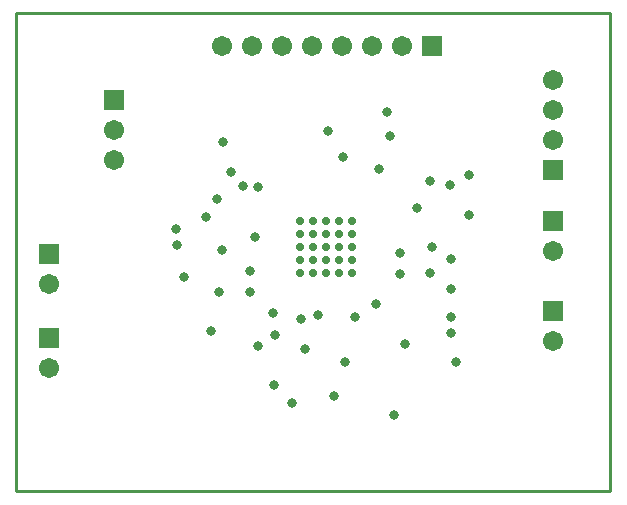
<source format=gbs>
G04*
G04 #@! TF.GenerationSoftware,Altium Limited,Altium Designer,22.9.1 (49)*
G04*
G04 Layer_Color=16711935*
%FSLAX44Y44*%
%MOMM*%
G71*
G04*
G04 #@! TF.SameCoordinates,B494E0AD-35FF-4286-8297-05C0B8817D61*
G04*
G04*
G04 #@! TF.FilePolarity,Negative*
G04*
G01*
G75*
%ADD14C,0.2540*%
%ADD27R,1.7032X1.7032*%
%ADD28C,1.7032*%
%ADD29R,1.7032X1.7032*%
%ADD30C,0.8382*%
%ADD31C,0.7032*%
D14*
X0Y0D02*
X502920D01*
X0Y405130D02*
X502920D01*
Y0D02*
Y405130D01*
X0Y0D02*
Y405130D01*
D27*
X82550Y331470D02*
D03*
X454660Y152400D02*
D03*
Y228600D02*
D03*
X27940Y200660D02*
D03*
Y129540D02*
D03*
X454660Y271780D02*
D03*
D28*
X82550Y306070D02*
D03*
Y280670D02*
D03*
X454660Y127000D02*
D03*
Y203200D02*
D03*
X27940Y175260D02*
D03*
Y104140D02*
D03*
X326390Y377190D02*
D03*
X300990D02*
D03*
X275590D02*
D03*
X250190D02*
D03*
X224790D02*
D03*
X199390D02*
D03*
X173990D02*
D03*
X454660Y347980D02*
D03*
Y322580D02*
D03*
Y297180D02*
D03*
D29*
X351790Y377190D02*
D03*
D30*
X175260Y295910D02*
D03*
X313690Y321310D02*
D03*
X383540Y267970D02*
D03*
Y233680D02*
D03*
X368220Y196930D02*
D03*
X368300Y171450D02*
D03*
Y147320D02*
D03*
X368220Y134540D02*
D03*
X372110Y109220D02*
D03*
X233680Y74930D02*
D03*
X218440Y90170D02*
D03*
X165100Y135890D02*
D03*
X142240Y181610D02*
D03*
X135890Y208280D02*
D03*
X134700Y222330D02*
D03*
X264160Y304800D02*
D03*
X276780Y283290D02*
D03*
X181610Y270510D02*
D03*
X204470Y257810D02*
D03*
X316150Y300910D02*
D03*
X307340Y273050D02*
D03*
X198120Y186690D02*
D03*
X202170Y215792D02*
D03*
X173830Y204630D02*
D03*
X351710Y206930D02*
D03*
X198120Y168910D02*
D03*
X204470Y123190D02*
D03*
X367030Y259080D02*
D03*
X325120Y201930D02*
D03*
X339090Y240030D02*
D03*
X350440Y262810D02*
D03*
X325120Y184150D02*
D03*
X350440Y185340D02*
D03*
X287020Y147320D02*
D03*
X241300Y146050D02*
D03*
X255614Y149000D02*
D03*
X243920Y120730D02*
D03*
X218520Y132160D02*
D03*
X217170Y151130D02*
D03*
X268730Y80770D02*
D03*
X320040Y64770D02*
D03*
X278050Y109300D02*
D03*
X328850Y124540D02*
D03*
X304800Y158750D02*
D03*
X171530Y168990D02*
D03*
X160100Y232330D02*
D03*
X170180Y247650D02*
D03*
X191850Y259000D02*
D03*
D31*
X239990Y229370D02*
D03*
X250990D02*
D03*
X261990D02*
D03*
X272990D02*
D03*
X283990D02*
D03*
X239990Y218370D02*
D03*
X250990D02*
D03*
X261990D02*
D03*
X272990D02*
D03*
X283990D02*
D03*
X239990Y207370D02*
D03*
X250990D02*
D03*
X261990D02*
D03*
X272990D02*
D03*
X283990D02*
D03*
X239990Y196370D02*
D03*
X250990D02*
D03*
X261990D02*
D03*
X272990D02*
D03*
X283990D02*
D03*
X239990Y185370D02*
D03*
X250990D02*
D03*
X261990D02*
D03*
X272990D02*
D03*
X283990D02*
D03*
M02*

</source>
